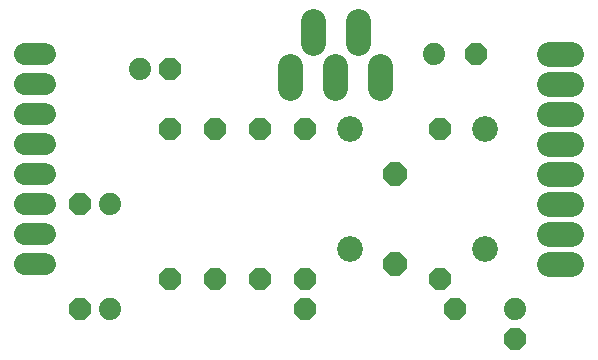
<source format=gbr>
G04 EAGLE Gerber X2 export*
G04 #@! %TF.Part,Single*
G04 #@! %TF.FileFunction,Soldermask,Bot,1*
G04 #@! %TF.FilePolarity,Negative*
G04 #@! %TF.GenerationSoftware,Autodesk,EAGLE,9.0.0*
G04 #@! %TF.CreationDate,2019-08-08T19:11:55Z*
G75*
%MOMM*%
%FSLAX34Y34*%
%LPD*%
%AMOC8*
5,1,8,0,0,1.08239X$1,22.5*%
G01*
%ADD10C,2.082800*%
%ADD11P,2.034460X8X292.500000*%
%ADD12P,2.034460X8X202.500000*%
%ADD13P,2.034460X8X112.500000*%
%ADD14C,2.184400*%
%ADD15P,2.144431X8X112.500000*%
%ADD16P,2.034460X8X22.500000*%
%ADD17C,1.879600*%
%ADD18C,1.879600*%


D10*
X330200Y238252D02*
X330200Y257048D01*
X349250Y276352D02*
X349250Y295148D01*
X368300Y257048D02*
X368300Y238252D01*
X387350Y276352D02*
X387350Y295148D01*
X406400Y257048D02*
X406400Y238252D01*
D11*
X228600Y203200D03*
X228600Y76200D03*
D12*
X469900Y50800D03*
X342900Y50800D03*
D11*
X457200Y203200D03*
X457200Y76200D03*
D13*
X342900Y76200D03*
X342900Y203200D03*
D14*
X495300Y101600D03*
X495300Y203200D03*
X381000Y203200D03*
X381000Y101600D03*
D15*
X419100Y88900D03*
X419100Y165100D03*
D16*
X228600Y254000D03*
D17*
X203200Y254000D03*
D12*
X152400Y50800D03*
D17*
X177800Y50800D03*
D12*
X152400Y139700D03*
D17*
X177800Y139700D03*
D11*
X520700Y25400D03*
D17*
X520700Y50800D03*
D16*
X487680Y266700D03*
D17*
X452120Y266700D03*
D18*
X122682Y266700D02*
X105918Y266700D01*
X105918Y241300D02*
X122682Y241300D01*
X122682Y215900D02*
X105918Y215900D01*
X105918Y190500D02*
X122682Y190500D01*
X122682Y165100D02*
X105918Y165100D01*
X105918Y139700D02*
X122682Y139700D01*
X122682Y114300D02*
X105918Y114300D01*
X105918Y88900D02*
X122682Y88900D01*
D10*
X549402Y88900D02*
X568198Y88900D01*
X568198Y114300D02*
X549402Y114300D01*
X549402Y139700D02*
X568198Y139700D01*
X568198Y165100D02*
X549402Y165100D01*
X549402Y190500D02*
X568198Y190500D01*
X568198Y215900D02*
X549402Y215900D01*
X549402Y241300D02*
X568198Y241300D01*
X568198Y266700D02*
X549402Y266700D01*
D13*
X304800Y76200D03*
X304800Y203200D03*
D11*
X266700Y203200D03*
X266700Y76200D03*
M02*

</source>
